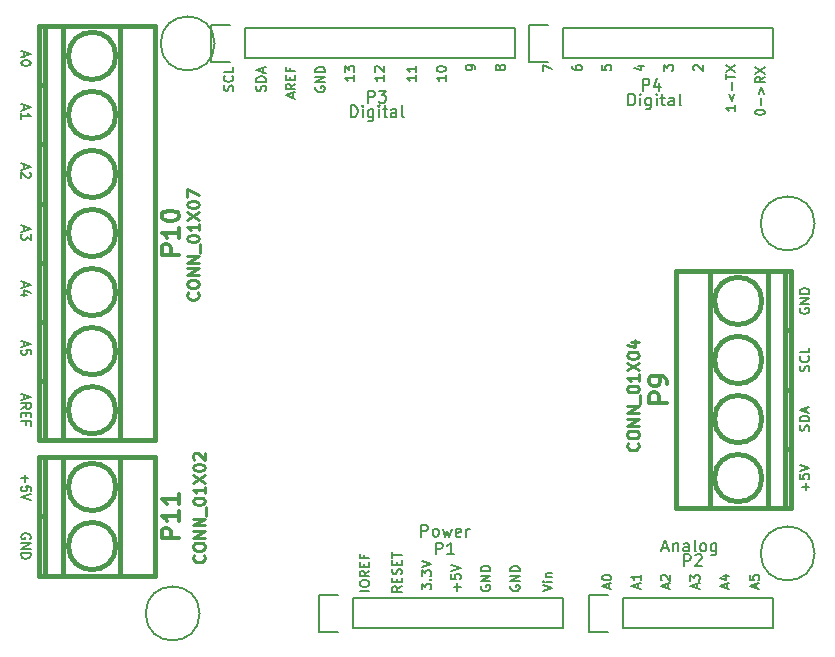
<source format=gbr>
G04 #@! TF.FileFunction,Legend,Top*
%FSLAX46Y46*%
G04 Gerber Fmt 4.6, Leading zero omitted, Abs format (unit mm)*
G04 Created by KiCad (PCBNEW 4.0.4-stable) date 04/08/17 18:27:17*
%MOMM*%
%LPD*%
G01*
G04 APERTURE LIST*
%ADD10C,0.100000*%
%ADD11C,0.200000*%
%ADD12C,0.150000*%
%ADD13C,0.381000*%
%ADD14C,0.300000*%
%ADD15C,0.250000*%
G04 APERTURE END LIST*
D10*
D11*
X174309905Y-81424524D02*
X174309905Y-81348333D01*
X174348000Y-81272143D01*
X174386095Y-81234048D01*
X174462286Y-81195952D01*
X174614667Y-81157857D01*
X174805143Y-81157857D01*
X174957524Y-81195952D01*
X175033714Y-81234048D01*
X175071810Y-81272143D01*
X175109905Y-81348333D01*
X175109905Y-81424524D01*
X175071810Y-81500714D01*
X175033714Y-81538810D01*
X174957524Y-81576905D01*
X174805143Y-81615000D01*
X174614667Y-81615000D01*
X174462286Y-81576905D01*
X174386095Y-81538810D01*
X174348000Y-81500714D01*
X174309905Y-81424524D01*
X174805143Y-80815000D02*
X174805143Y-80205476D01*
X174576571Y-79824524D02*
X174805143Y-79215000D01*
X175033714Y-79824524D01*
X175109905Y-78376905D02*
X174728952Y-78643572D01*
X175109905Y-78834048D02*
X174309905Y-78834048D01*
X174309905Y-78529286D01*
X174348000Y-78453095D01*
X174386095Y-78415000D01*
X174462286Y-78376905D01*
X174576571Y-78376905D01*
X174652762Y-78415000D01*
X174690857Y-78453095D01*
X174728952Y-78529286D01*
X174728952Y-78834048D01*
X174309905Y-78110238D02*
X175109905Y-77576905D01*
X174309905Y-77576905D02*
X175109905Y-78110238D01*
X172609905Y-80812619D02*
X172609905Y-81269762D01*
X172609905Y-81041191D02*
X171809905Y-81041191D01*
X171924190Y-81117381D01*
X172000381Y-81193572D01*
X172038476Y-81269762D01*
X172076571Y-79860238D02*
X172305143Y-80469762D01*
X172533714Y-79860238D01*
X172305143Y-79479286D02*
X172305143Y-78869762D01*
X171809905Y-78603096D02*
X171809905Y-78145953D01*
X172609905Y-78374524D02*
X171809905Y-78374524D01*
X171809905Y-77955476D02*
X172609905Y-77422143D01*
X171809905Y-77422143D02*
X172609905Y-77955476D01*
X169136095Y-77843571D02*
X169098000Y-77805476D01*
X169059905Y-77729285D01*
X169059905Y-77538809D01*
X169098000Y-77462619D01*
X169136095Y-77424523D01*
X169212286Y-77386428D01*
X169288476Y-77386428D01*
X169402762Y-77424523D01*
X169859905Y-77881666D01*
X169859905Y-77386428D01*
X166559905Y-77881666D02*
X166559905Y-77386428D01*
X166864667Y-77653095D01*
X166864667Y-77538809D01*
X166902762Y-77462619D01*
X166940857Y-77424523D01*
X167017048Y-77386428D01*
X167207524Y-77386428D01*
X167283714Y-77424523D01*
X167321810Y-77462619D01*
X167359905Y-77538809D01*
X167359905Y-77767381D01*
X167321810Y-77843571D01*
X167283714Y-77881666D01*
X164326571Y-77462619D02*
X164859905Y-77462619D01*
X164021810Y-77653095D02*
X164593238Y-77843571D01*
X164593238Y-77348333D01*
X161309905Y-77424523D02*
X161309905Y-77805476D01*
X161690857Y-77843571D01*
X161652762Y-77805476D01*
X161614667Y-77729285D01*
X161614667Y-77538809D01*
X161652762Y-77462619D01*
X161690857Y-77424523D01*
X161767048Y-77386428D01*
X161957524Y-77386428D01*
X162033714Y-77424523D01*
X162071810Y-77462619D01*
X162109905Y-77538809D01*
X162109905Y-77729285D01*
X162071810Y-77805476D01*
X162033714Y-77843571D01*
X158809905Y-77462619D02*
X158809905Y-77615000D01*
X158848000Y-77691190D01*
X158886095Y-77729285D01*
X159000381Y-77805476D01*
X159152762Y-77843571D01*
X159457524Y-77843571D01*
X159533714Y-77805476D01*
X159571810Y-77767381D01*
X159609905Y-77691190D01*
X159609905Y-77538809D01*
X159571810Y-77462619D01*
X159533714Y-77424523D01*
X159457524Y-77386428D01*
X159267048Y-77386428D01*
X159190857Y-77424523D01*
X159152762Y-77462619D01*
X159114667Y-77538809D01*
X159114667Y-77691190D01*
X159152762Y-77767381D01*
X159190857Y-77805476D01*
X159267048Y-77843571D01*
X156309905Y-77881666D02*
X156309905Y-77348333D01*
X157109905Y-77691190D01*
X152652762Y-77691190D02*
X152614667Y-77767381D01*
X152576571Y-77805476D01*
X152500381Y-77843571D01*
X152462286Y-77843571D01*
X152386095Y-77805476D01*
X152348000Y-77767381D01*
X152309905Y-77691190D01*
X152309905Y-77538809D01*
X152348000Y-77462619D01*
X152386095Y-77424523D01*
X152462286Y-77386428D01*
X152500381Y-77386428D01*
X152576571Y-77424523D01*
X152614667Y-77462619D01*
X152652762Y-77538809D01*
X152652762Y-77691190D01*
X152690857Y-77767381D01*
X152728952Y-77805476D01*
X152805143Y-77843571D01*
X152957524Y-77843571D01*
X153033714Y-77805476D01*
X153071810Y-77767381D01*
X153109905Y-77691190D01*
X153109905Y-77538809D01*
X153071810Y-77462619D01*
X153033714Y-77424523D01*
X152957524Y-77386428D01*
X152805143Y-77386428D01*
X152728952Y-77424523D01*
X152690857Y-77462619D01*
X152652762Y-77538809D01*
X150609905Y-77767381D02*
X150609905Y-77615000D01*
X150571810Y-77538809D01*
X150533714Y-77500714D01*
X150419429Y-77424523D01*
X150267048Y-77386428D01*
X149962286Y-77386428D01*
X149886095Y-77424523D01*
X149848000Y-77462619D01*
X149809905Y-77538809D01*
X149809905Y-77691190D01*
X149848000Y-77767381D01*
X149886095Y-77805476D01*
X149962286Y-77843571D01*
X150152762Y-77843571D01*
X150228952Y-77805476D01*
X150267048Y-77767381D01*
X150305143Y-77691190D01*
X150305143Y-77538809D01*
X150267048Y-77462619D01*
X150228952Y-77424523D01*
X150152762Y-77386428D01*
X148109905Y-78267381D02*
X148109905Y-78724524D01*
X148109905Y-78495953D02*
X147309905Y-78495953D01*
X147424190Y-78572143D01*
X147500381Y-78648334D01*
X147538476Y-78724524D01*
X147309905Y-77772143D02*
X147309905Y-77695952D01*
X147348000Y-77619762D01*
X147386095Y-77581667D01*
X147462286Y-77543571D01*
X147614667Y-77505476D01*
X147805143Y-77505476D01*
X147957524Y-77543571D01*
X148033714Y-77581667D01*
X148071810Y-77619762D01*
X148109905Y-77695952D01*
X148109905Y-77772143D01*
X148071810Y-77848333D01*
X148033714Y-77886429D01*
X147957524Y-77924524D01*
X147805143Y-77962619D01*
X147614667Y-77962619D01*
X147462286Y-77924524D01*
X147386095Y-77886429D01*
X147348000Y-77848333D01*
X147309905Y-77772143D01*
X145609905Y-78267381D02*
X145609905Y-78724524D01*
X145609905Y-78495953D02*
X144809905Y-78495953D01*
X144924190Y-78572143D01*
X145000381Y-78648334D01*
X145038476Y-78724524D01*
X145609905Y-77505476D02*
X145609905Y-77962619D01*
X145609905Y-77734048D02*
X144809905Y-77734048D01*
X144924190Y-77810238D01*
X145000381Y-77886429D01*
X145038476Y-77962619D01*
X142859905Y-78267381D02*
X142859905Y-78724524D01*
X142859905Y-78495953D02*
X142059905Y-78495953D01*
X142174190Y-78572143D01*
X142250381Y-78648334D01*
X142288476Y-78724524D01*
X142136095Y-77962619D02*
X142098000Y-77924524D01*
X142059905Y-77848333D01*
X142059905Y-77657857D01*
X142098000Y-77581667D01*
X142136095Y-77543571D01*
X142212286Y-77505476D01*
X142288476Y-77505476D01*
X142402762Y-77543571D01*
X142859905Y-78000714D01*
X142859905Y-77505476D01*
X140359905Y-78267381D02*
X140359905Y-78724524D01*
X140359905Y-78495953D02*
X139559905Y-78495953D01*
X139674190Y-78572143D01*
X139750381Y-78648334D01*
X139788476Y-78724524D01*
X139559905Y-78000714D02*
X139559905Y-77505476D01*
X139864667Y-77772143D01*
X139864667Y-77657857D01*
X139902762Y-77581667D01*
X139940857Y-77543571D01*
X140017048Y-77505476D01*
X140207524Y-77505476D01*
X140283714Y-77543571D01*
X140321810Y-77581667D01*
X140359905Y-77657857D01*
X140359905Y-77886429D01*
X140321810Y-77962619D01*
X140283714Y-78000714D01*
X137098000Y-79224523D02*
X137059905Y-79300714D01*
X137059905Y-79414999D01*
X137098000Y-79529285D01*
X137174190Y-79605476D01*
X137250381Y-79643571D01*
X137402762Y-79681666D01*
X137517048Y-79681666D01*
X137669429Y-79643571D01*
X137745619Y-79605476D01*
X137821810Y-79529285D01*
X137859905Y-79414999D01*
X137859905Y-79338809D01*
X137821810Y-79224523D01*
X137783714Y-79186428D01*
X137517048Y-79186428D01*
X137517048Y-79338809D01*
X137859905Y-78843571D02*
X137059905Y-78843571D01*
X137859905Y-78386428D01*
X137059905Y-78386428D01*
X137859905Y-78005476D02*
X137059905Y-78005476D01*
X137059905Y-77815000D01*
X137098000Y-77700714D01*
X137174190Y-77624523D01*
X137250381Y-77586428D01*
X137402762Y-77548333D01*
X137517048Y-77548333D01*
X137669429Y-77586428D01*
X137745619Y-77624523D01*
X137821810Y-77700714D01*
X137859905Y-77815000D01*
X137859905Y-78005476D01*
X135131333Y-80160238D02*
X135131333Y-79779286D01*
X135359905Y-80236429D02*
X134559905Y-79969762D01*
X135359905Y-79703095D01*
X135359905Y-78979286D02*
X134978952Y-79245953D01*
X135359905Y-79436429D02*
X134559905Y-79436429D01*
X134559905Y-79131667D01*
X134598000Y-79055476D01*
X134636095Y-79017381D01*
X134712286Y-78979286D01*
X134826571Y-78979286D01*
X134902762Y-79017381D01*
X134940857Y-79055476D01*
X134978952Y-79131667D01*
X134978952Y-79436429D01*
X134940857Y-78636429D02*
X134940857Y-78369762D01*
X135359905Y-78255476D02*
X135359905Y-78636429D01*
X134559905Y-78636429D01*
X134559905Y-78255476D01*
X134940857Y-77645952D02*
X134940857Y-77912619D01*
X135359905Y-77912619D02*
X134559905Y-77912619D01*
X134559905Y-77531666D01*
X132821810Y-79586428D02*
X132859905Y-79472142D01*
X132859905Y-79281666D01*
X132821810Y-79205476D01*
X132783714Y-79167380D01*
X132707524Y-79129285D01*
X132631333Y-79129285D01*
X132555143Y-79167380D01*
X132517048Y-79205476D01*
X132478952Y-79281666D01*
X132440857Y-79434047D01*
X132402762Y-79510238D01*
X132364667Y-79548333D01*
X132288476Y-79586428D01*
X132212286Y-79586428D01*
X132136095Y-79548333D01*
X132098000Y-79510238D01*
X132059905Y-79434047D01*
X132059905Y-79243571D01*
X132098000Y-79129285D01*
X132859905Y-78786428D02*
X132059905Y-78786428D01*
X132059905Y-78595952D01*
X132098000Y-78481666D01*
X132174190Y-78405475D01*
X132250381Y-78367380D01*
X132402762Y-78329285D01*
X132517048Y-78329285D01*
X132669429Y-78367380D01*
X132745619Y-78405475D01*
X132821810Y-78481666D01*
X132859905Y-78595952D01*
X132859905Y-78786428D01*
X132631333Y-78024523D02*
X132631333Y-77643571D01*
X132859905Y-78100714D02*
X132059905Y-77834047D01*
X132859905Y-77567380D01*
X130071810Y-79567381D02*
X130109905Y-79453095D01*
X130109905Y-79262619D01*
X130071810Y-79186429D01*
X130033714Y-79148333D01*
X129957524Y-79110238D01*
X129881333Y-79110238D01*
X129805143Y-79148333D01*
X129767048Y-79186429D01*
X129728952Y-79262619D01*
X129690857Y-79415000D01*
X129652762Y-79491191D01*
X129614667Y-79529286D01*
X129538476Y-79567381D01*
X129462286Y-79567381D01*
X129386095Y-79529286D01*
X129348000Y-79491191D01*
X129309905Y-79415000D01*
X129309905Y-79224524D01*
X129348000Y-79110238D01*
X130033714Y-78310238D02*
X130071810Y-78348333D01*
X130109905Y-78462619D01*
X130109905Y-78538809D01*
X130071810Y-78653095D01*
X129995619Y-78729286D01*
X129919429Y-78767381D01*
X129767048Y-78805476D01*
X129652762Y-78805476D01*
X129500381Y-78767381D01*
X129424190Y-78729286D01*
X129348000Y-78653095D01*
X129309905Y-78538809D01*
X129309905Y-78462619D01*
X129348000Y-78348333D01*
X129386095Y-78310238D01*
X130109905Y-77586428D02*
X130109905Y-77967381D01*
X129309905Y-77967381D01*
X174381333Y-121686428D02*
X174381333Y-121305476D01*
X174609905Y-121762619D02*
X173809905Y-121495952D01*
X174609905Y-121229285D01*
X173809905Y-120581666D02*
X173809905Y-120962619D01*
X174190857Y-121000714D01*
X174152762Y-120962619D01*
X174114667Y-120886428D01*
X174114667Y-120695952D01*
X174152762Y-120619762D01*
X174190857Y-120581666D01*
X174267048Y-120543571D01*
X174457524Y-120543571D01*
X174533714Y-120581666D01*
X174571810Y-120619762D01*
X174609905Y-120695952D01*
X174609905Y-120886428D01*
X174571810Y-120962619D01*
X174533714Y-121000714D01*
X171881333Y-121686428D02*
X171881333Y-121305476D01*
X172109905Y-121762619D02*
X171309905Y-121495952D01*
X172109905Y-121229285D01*
X171576571Y-120619762D02*
X172109905Y-120619762D01*
X171271810Y-120810238D02*
X171843238Y-121000714D01*
X171843238Y-120505476D01*
X169381333Y-121686428D02*
X169381333Y-121305476D01*
X169609905Y-121762619D02*
X168809905Y-121495952D01*
X169609905Y-121229285D01*
X168809905Y-121038809D02*
X168809905Y-120543571D01*
X169114667Y-120810238D01*
X169114667Y-120695952D01*
X169152762Y-120619762D01*
X169190857Y-120581666D01*
X169267048Y-120543571D01*
X169457524Y-120543571D01*
X169533714Y-120581666D01*
X169571810Y-120619762D01*
X169609905Y-120695952D01*
X169609905Y-120924524D01*
X169571810Y-121000714D01*
X169533714Y-121038809D01*
X166881333Y-121686428D02*
X166881333Y-121305476D01*
X167109905Y-121762619D02*
X166309905Y-121495952D01*
X167109905Y-121229285D01*
X166386095Y-121000714D02*
X166348000Y-120962619D01*
X166309905Y-120886428D01*
X166309905Y-120695952D01*
X166348000Y-120619762D01*
X166386095Y-120581666D01*
X166462286Y-120543571D01*
X166538476Y-120543571D01*
X166652762Y-120581666D01*
X167109905Y-121038809D01*
X167109905Y-120543571D01*
X164381333Y-121686428D02*
X164381333Y-121305476D01*
X164609905Y-121762619D02*
X163809905Y-121495952D01*
X164609905Y-121229285D01*
X164609905Y-120543571D02*
X164609905Y-121000714D01*
X164609905Y-120772143D02*
X163809905Y-120772143D01*
X163924190Y-120848333D01*
X164000381Y-120924524D01*
X164038476Y-121000714D01*
X161881333Y-121686428D02*
X161881333Y-121305476D01*
X162109905Y-121762619D02*
X161309905Y-121495952D01*
X162109905Y-121229285D01*
X161309905Y-120810238D02*
X161309905Y-120734047D01*
X161348000Y-120657857D01*
X161386095Y-120619762D01*
X161462286Y-120581666D01*
X161614667Y-120543571D01*
X161805143Y-120543571D01*
X161957524Y-120581666D01*
X162033714Y-120619762D01*
X162071810Y-120657857D01*
X162109905Y-120734047D01*
X162109905Y-120810238D01*
X162071810Y-120886428D01*
X162033714Y-120924524D01*
X161957524Y-120962619D01*
X161805143Y-121000714D01*
X161614667Y-121000714D01*
X161462286Y-120962619D01*
X161386095Y-120924524D01*
X161348000Y-120886428D01*
X161309905Y-120810238D01*
X156309905Y-121934048D02*
X157109905Y-121667381D01*
X156309905Y-121400714D01*
X157109905Y-121134048D02*
X156576571Y-121134048D01*
X156309905Y-121134048D02*
X156348000Y-121172143D01*
X156386095Y-121134048D01*
X156348000Y-121095953D01*
X156309905Y-121134048D01*
X156386095Y-121134048D01*
X156576571Y-120753096D02*
X157109905Y-120753096D01*
X156652762Y-120753096D02*
X156614667Y-120715001D01*
X156576571Y-120638810D01*
X156576571Y-120524524D01*
X156614667Y-120448334D01*
X156690857Y-120410239D01*
X157109905Y-120410239D01*
X153598000Y-121474523D02*
X153559905Y-121550714D01*
X153559905Y-121664999D01*
X153598000Y-121779285D01*
X153674190Y-121855476D01*
X153750381Y-121893571D01*
X153902762Y-121931666D01*
X154017048Y-121931666D01*
X154169429Y-121893571D01*
X154245619Y-121855476D01*
X154321810Y-121779285D01*
X154359905Y-121664999D01*
X154359905Y-121588809D01*
X154321810Y-121474523D01*
X154283714Y-121436428D01*
X154017048Y-121436428D01*
X154017048Y-121588809D01*
X154359905Y-121093571D02*
X153559905Y-121093571D01*
X154359905Y-120636428D01*
X153559905Y-120636428D01*
X154359905Y-120255476D02*
X153559905Y-120255476D01*
X153559905Y-120065000D01*
X153598000Y-119950714D01*
X153674190Y-119874523D01*
X153750381Y-119836428D01*
X153902762Y-119798333D01*
X154017048Y-119798333D01*
X154169429Y-119836428D01*
X154245619Y-119874523D01*
X154321810Y-119950714D01*
X154359905Y-120065000D01*
X154359905Y-120255476D01*
X151098000Y-121474523D02*
X151059905Y-121550714D01*
X151059905Y-121664999D01*
X151098000Y-121779285D01*
X151174190Y-121855476D01*
X151250381Y-121893571D01*
X151402762Y-121931666D01*
X151517048Y-121931666D01*
X151669429Y-121893571D01*
X151745619Y-121855476D01*
X151821810Y-121779285D01*
X151859905Y-121664999D01*
X151859905Y-121588809D01*
X151821810Y-121474523D01*
X151783714Y-121436428D01*
X151517048Y-121436428D01*
X151517048Y-121588809D01*
X151859905Y-121093571D02*
X151059905Y-121093571D01*
X151859905Y-120636428D01*
X151059905Y-120636428D01*
X151859905Y-120255476D02*
X151059905Y-120255476D01*
X151059905Y-120065000D01*
X151098000Y-119950714D01*
X151174190Y-119874523D01*
X151250381Y-119836428D01*
X151402762Y-119798333D01*
X151517048Y-119798333D01*
X151669429Y-119836428D01*
X151745619Y-119874523D01*
X151821810Y-119950714D01*
X151859905Y-120065000D01*
X151859905Y-120255476D01*
X149055143Y-121893571D02*
X149055143Y-121284047D01*
X149359905Y-121588809D02*
X148750381Y-121588809D01*
X148559905Y-120522142D02*
X148559905Y-120903095D01*
X148940857Y-120941190D01*
X148902762Y-120903095D01*
X148864667Y-120826904D01*
X148864667Y-120636428D01*
X148902762Y-120560238D01*
X148940857Y-120522142D01*
X149017048Y-120484047D01*
X149207524Y-120484047D01*
X149283714Y-120522142D01*
X149321810Y-120560238D01*
X149359905Y-120636428D01*
X149359905Y-120826904D01*
X149321810Y-120903095D01*
X149283714Y-120941190D01*
X148559905Y-120255476D02*
X149359905Y-119988809D01*
X148559905Y-119722142D01*
X146059905Y-121795952D02*
X146059905Y-121300714D01*
X146364667Y-121567381D01*
X146364667Y-121453095D01*
X146402762Y-121376905D01*
X146440857Y-121338809D01*
X146517048Y-121300714D01*
X146707524Y-121300714D01*
X146783714Y-121338809D01*
X146821810Y-121376905D01*
X146859905Y-121453095D01*
X146859905Y-121681667D01*
X146821810Y-121757857D01*
X146783714Y-121795952D01*
X146783714Y-120957857D02*
X146821810Y-120919762D01*
X146859905Y-120957857D01*
X146821810Y-120995952D01*
X146783714Y-120957857D01*
X146859905Y-120957857D01*
X146059905Y-120653095D02*
X146059905Y-120157857D01*
X146364667Y-120424524D01*
X146364667Y-120310238D01*
X146402762Y-120234048D01*
X146440857Y-120195952D01*
X146517048Y-120157857D01*
X146707524Y-120157857D01*
X146783714Y-120195952D01*
X146821810Y-120234048D01*
X146859905Y-120310238D01*
X146859905Y-120538810D01*
X146821810Y-120615000D01*
X146783714Y-120653095D01*
X146059905Y-119929286D02*
X146859905Y-119662619D01*
X146059905Y-119395952D01*
X144359905Y-121526905D02*
X143978952Y-121793572D01*
X144359905Y-121984048D02*
X143559905Y-121984048D01*
X143559905Y-121679286D01*
X143598000Y-121603095D01*
X143636095Y-121565000D01*
X143712286Y-121526905D01*
X143826571Y-121526905D01*
X143902762Y-121565000D01*
X143940857Y-121603095D01*
X143978952Y-121679286D01*
X143978952Y-121984048D01*
X143940857Y-121184048D02*
X143940857Y-120917381D01*
X144359905Y-120803095D02*
X144359905Y-121184048D01*
X143559905Y-121184048D01*
X143559905Y-120803095D01*
X144321810Y-120498333D02*
X144359905Y-120384047D01*
X144359905Y-120193571D01*
X144321810Y-120117381D01*
X144283714Y-120079285D01*
X144207524Y-120041190D01*
X144131333Y-120041190D01*
X144055143Y-120079285D01*
X144017048Y-120117381D01*
X143978952Y-120193571D01*
X143940857Y-120345952D01*
X143902762Y-120422143D01*
X143864667Y-120460238D01*
X143788476Y-120498333D01*
X143712286Y-120498333D01*
X143636095Y-120460238D01*
X143598000Y-120422143D01*
X143559905Y-120345952D01*
X143559905Y-120155476D01*
X143598000Y-120041190D01*
X143940857Y-119698333D02*
X143940857Y-119431666D01*
X144359905Y-119317380D02*
X144359905Y-119698333D01*
X143559905Y-119698333D01*
X143559905Y-119317380D01*
X143559905Y-119088809D02*
X143559905Y-118631666D01*
X144359905Y-118860237D02*
X143559905Y-118860237D01*
X141609905Y-121888809D02*
X140809905Y-121888809D01*
X140809905Y-121355476D02*
X140809905Y-121203095D01*
X140848000Y-121126904D01*
X140924190Y-121050714D01*
X141076571Y-121012619D01*
X141343238Y-121012619D01*
X141495619Y-121050714D01*
X141571810Y-121126904D01*
X141609905Y-121203095D01*
X141609905Y-121355476D01*
X141571810Y-121431666D01*
X141495619Y-121507857D01*
X141343238Y-121545952D01*
X141076571Y-121545952D01*
X140924190Y-121507857D01*
X140848000Y-121431666D01*
X140809905Y-121355476D01*
X141609905Y-120212619D02*
X141228952Y-120479286D01*
X141609905Y-120669762D02*
X140809905Y-120669762D01*
X140809905Y-120365000D01*
X140848000Y-120288809D01*
X140886095Y-120250714D01*
X140962286Y-120212619D01*
X141076571Y-120212619D01*
X141152762Y-120250714D01*
X141190857Y-120288809D01*
X141228952Y-120365000D01*
X141228952Y-120669762D01*
X141190857Y-119869762D02*
X141190857Y-119603095D01*
X141609905Y-119488809D02*
X141609905Y-119869762D01*
X140809905Y-119869762D01*
X140809905Y-119488809D01*
X141190857Y-118879285D02*
X141190857Y-119145952D01*
X141609905Y-119145952D02*
X140809905Y-119145952D01*
X140809905Y-118764999D01*
X112898000Y-117505477D02*
X112936095Y-117429286D01*
X112936095Y-117315001D01*
X112898000Y-117200715D01*
X112821810Y-117124524D01*
X112745619Y-117086429D01*
X112593238Y-117048334D01*
X112478952Y-117048334D01*
X112326571Y-117086429D01*
X112250381Y-117124524D01*
X112174190Y-117200715D01*
X112136095Y-117315001D01*
X112136095Y-117391191D01*
X112174190Y-117505477D01*
X112212286Y-117543572D01*
X112478952Y-117543572D01*
X112478952Y-117391191D01*
X112136095Y-117886429D02*
X112936095Y-117886429D01*
X112136095Y-118343572D01*
X112936095Y-118343572D01*
X112136095Y-118724524D02*
X112936095Y-118724524D01*
X112936095Y-118915000D01*
X112898000Y-119029286D01*
X112821810Y-119105477D01*
X112745619Y-119143572D01*
X112593238Y-119181667D01*
X112478952Y-119181667D01*
X112326571Y-119143572D01*
X112250381Y-119105477D01*
X112174190Y-119029286D01*
X112136095Y-118915000D01*
X112136095Y-118724524D01*
X112440857Y-112086429D02*
X112440857Y-112695953D01*
X112136095Y-112391191D02*
X112745619Y-112391191D01*
X112936095Y-113457858D02*
X112936095Y-113076905D01*
X112555143Y-113038810D01*
X112593238Y-113076905D01*
X112631333Y-113153096D01*
X112631333Y-113343572D01*
X112593238Y-113419762D01*
X112555143Y-113457858D01*
X112478952Y-113495953D01*
X112288476Y-113495953D01*
X112212286Y-113457858D01*
X112174190Y-113419762D01*
X112136095Y-113343572D01*
X112136095Y-113153096D01*
X112174190Y-113076905D01*
X112212286Y-113038810D01*
X112936095Y-113724524D02*
X112136095Y-113991191D01*
X112936095Y-114257858D01*
X112364667Y-105319762D02*
X112364667Y-105700714D01*
X112136095Y-105243571D02*
X112936095Y-105510238D01*
X112136095Y-105776905D01*
X112136095Y-106500714D02*
X112517048Y-106234047D01*
X112136095Y-106043571D02*
X112936095Y-106043571D01*
X112936095Y-106348333D01*
X112898000Y-106424524D01*
X112859905Y-106462619D01*
X112783714Y-106500714D01*
X112669429Y-106500714D01*
X112593238Y-106462619D01*
X112555143Y-106424524D01*
X112517048Y-106348333D01*
X112517048Y-106043571D01*
X112555143Y-106843571D02*
X112555143Y-107110238D01*
X112136095Y-107224524D02*
X112136095Y-106843571D01*
X112936095Y-106843571D01*
X112936095Y-107224524D01*
X112555143Y-107834048D02*
X112555143Y-107567381D01*
X112136095Y-107567381D02*
X112936095Y-107567381D01*
X112936095Y-107948334D01*
X112364667Y-100793572D02*
X112364667Y-101174524D01*
X112136095Y-100717381D02*
X112936095Y-100984048D01*
X112136095Y-101250715D01*
X112936095Y-101898334D02*
X112936095Y-101517381D01*
X112555143Y-101479286D01*
X112593238Y-101517381D01*
X112631333Y-101593572D01*
X112631333Y-101784048D01*
X112593238Y-101860238D01*
X112555143Y-101898334D01*
X112478952Y-101936429D01*
X112288476Y-101936429D01*
X112212286Y-101898334D01*
X112174190Y-101860238D01*
X112136095Y-101784048D01*
X112136095Y-101593572D01*
X112174190Y-101517381D01*
X112212286Y-101479286D01*
X112364667Y-95793572D02*
X112364667Y-96174524D01*
X112136095Y-95717381D02*
X112936095Y-95984048D01*
X112136095Y-96250715D01*
X112669429Y-96860238D02*
X112136095Y-96860238D01*
X112974190Y-96669762D02*
X112402762Y-96479286D01*
X112402762Y-96974524D01*
X112364667Y-91043572D02*
X112364667Y-91424524D01*
X112136095Y-90967381D02*
X112936095Y-91234048D01*
X112136095Y-91500715D01*
X112936095Y-91691191D02*
X112936095Y-92186429D01*
X112631333Y-91919762D01*
X112631333Y-92034048D01*
X112593238Y-92110238D01*
X112555143Y-92148334D01*
X112478952Y-92186429D01*
X112288476Y-92186429D01*
X112212286Y-92148334D01*
X112174190Y-92110238D01*
X112136095Y-92034048D01*
X112136095Y-91805476D01*
X112174190Y-91729286D01*
X112212286Y-91691191D01*
X112364667Y-85793572D02*
X112364667Y-86174524D01*
X112136095Y-85717381D02*
X112936095Y-85984048D01*
X112136095Y-86250715D01*
X112859905Y-86479286D02*
X112898000Y-86517381D01*
X112936095Y-86593572D01*
X112936095Y-86784048D01*
X112898000Y-86860238D01*
X112859905Y-86898334D01*
X112783714Y-86936429D01*
X112707524Y-86936429D01*
X112593238Y-86898334D01*
X112136095Y-86441191D01*
X112136095Y-86936429D01*
X112364667Y-80793572D02*
X112364667Y-81174524D01*
X112136095Y-80717381D02*
X112936095Y-80984048D01*
X112136095Y-81250715D01*
X112136095Y-81936429D02*
X112136095Y-81479286D01*
X112136095Y-81707857D02*
X112936095Y-81707857D01*
X112821810Y-81631667D01*
X112745619Y-81555476D01*
X112707524Y-81479286D01*
X112364667Y-76293572D02*
X112364667Y-76674524D01*
X112136095Y-76217381D02*
X112936095Y-76484048D01*
X112136095Y-76750715D01*
X112936095Y-77169762D02*
X112936095Y-77245953D01*
X112898000Y-77322143D01*
X112859905Y-77360238D01*
X112783714Y-77398334D01*
X112631333Y-77436429D01*
X112440857Y-77436429D01*
X112288476Y-77398334D01*
X112212286Y-77360238D01*
X112174190Y-77322143D01*
X112136095Y-77245953D01*
X112136095Y-77169762D01*
X112174190Y-77093572D01*
X112212286Y-77055476D01*
X112288476Y-77017381D01*
X112440857Y-76979286D01*
X112631333Y-76979286D01*
X112783714Y-77017381D01*
X112859905Y-77055476D01*
X112898000Y-77093572D01*
X112936095Y-77169762D01*
X178098000Y-97974523D02*
X178059905Y-98050714D01*
X178059905Y-98164999D01*
X178098000Y-98279285D01*
X178174190Y-98355476D01*
X178250381Y-98393571D01*
X178402762Y-98431666D01*
X178517048Y-98431666D01*
X178669429Y-98393571D01*
X178745619Y-98355476D01*
X178821810Y-98279285D01*
X178859905Y-98164999D01*
X178859905Y-98088809D01*
X178821810Y-97974523D01*
X178783714Y-97936428D01*
X178517048Y-97936428D01*
X178517048Y-98088809D01*
X178859905Y-97593571D02*
X178059905Y-97593571D01*
X178859905Y-97136428D01*
X178059905Y-97136428D01*
X178859905Y-96755476D02*
X178059905Y-96755476D01*
X178059905Y-96565000D01*
X178098000Y-96450714D01*
X178174190Y-96374523D01*
X178250381Y-96336428D01*
X178402762Y-96298333D01*
X178517048Y-96298333D01*
X178669429Y-96336428D01*
X178745619Y-96374523D01*
X178821810Y-96450714D01*
X178859905Y-96565000D01*
X178859905Y-96755476D01*
X178821810Y-103317381D02*
X178859905Y-103203095D01*
X178859905Y-103012619D01*
X178821810Y-102936429D01*
X178783714Y-102898333D01*
X178707524Y-102860238D01*
X178631333Y-102860238D01*
X178555143Y-102898333D01*
X178517048Y-102936429D01*
X178478952Y-103012619D01*
X178440857Y-103165000D01*
X178402762Y-103241191D01*
X178364667Y-103279286D01*
X178288476Y-103317381D01*
X178212286Y-103317381D01*
X178136095Y-103279286D01*
X178098000Y-103241191D01*
X178059905Y-103165000D01*
X178059905Y-102974524D01*
X178098000Y-102860238D01*
X178783714Y-102060238D02*
X178821810Y-102098333D01*
X178859905Y-102212619D01*
X178859905Y-102288809D01*
X178821810Y-102403095D01*
X178745619Y-102479286D01*
X178669429Y-102517381D01*
X178517048Y-102555476D01*
X178402762Y-102555476D01*
X178250381Y-102517381D01*
X178174190Y-102479286D01*
X178098000Y-102403095D01*
X178059905Y-102288809D01*
X178059905Y-102212619D01*
X178098000Y-102098333D01*
X178136095Y-102060238D01*
X178859905Y-101336428D02*
X178859905Y-101717381D01*
X178059905Y-101717381D01*
X178821810Y-108336428D02*
X178859905Y-108222142D01*
X178859905Y-108031666D01*
X178821810Y-107955476D01*
X178783714Y-107917380D01*
X178707524Y-107879285D01*
X178631333Y-107879285D01*
X178555143Y-107917380D01*
X178517048Y-107955476D01*
X178478952Y-108031666D01*
X178440857Y-108184047D01*
X178402762Y-108260238D01*
X178364667Y-108298333D01*
X178288476Y-108336428D01*
X178212286Y-108336428D01*
X178136095Y-108298333D01*
X178098000Y-108260238D01*
X178059905Y-108184047D01*
X178059905Y-107993571D01*
X178098000Y-107879285D01*
X178859905Y-107536428D02*
X178059905Y-107536428D01*
X178059905Y-107345952D01*
X178098000Y-107231666D01*
X178174190Y-107155475D01*
X178250381Y-107117380D01*
X178402762Y-107079285D01*
X178517048Y-107079285D01*
X178669429Y-107117380D01*
X178745619Y-107155475D01*
X178821810Y-107231666D01*
X178859905Y-107345952D01*
X178859905Y-107536428D01*
X178631333Y-106774523D02*
X178631333Y-106393571D01*
X178859905Y-106850714D02*
X178059905Y-106584047D01*
X178859905Y-106317380D01*
X178555143Y-113393571D02*
X178555143Y-112784047D01*
X178859905Y-113088809D02*
X178250381Y-113088809D01*
X178059905Y-112022142D02*
X178059905Y-112403095D01*
X178440857Y-112441190D01*
X178402762Y-112403095D01*
X178364667Y-112326904D01*
X178364667Y-112136428D01*
X178402762Y-112060238D01*
X178440857Y-112022142D01*
X178517048Y-111984047D01*
X178707524Y-111984047D01*
X178783714Y-112022142D01*
X178821810Y-112060238D01*
X178859905Y-112136428D01*
X178859905Y-112326904D01*
X178821810Y-112403095D01*
X178783714Y-112441190D01*
X178059905Y-111755476D02*
X178859905Y-111488809D01*
X178059905Y-111222142D01*
D12*
X140208000Y-125095000D02*
X157988000Y-125095000D01*
X157988000Y-125095000D02*
X157988000Y-122555000D01*
X157988000Y-122555000D02*
X140208000Y-122555000D01*
X137388000Y-125375000D02*
X138938000Y-125375000D01*
X140208000Y-125095000D02*
X140208000Y-122555000D01*
X138938000Y-122275000D02*
X137388000Y-122275000D01*
X137388000Y-122275000D02*
X137388000Y-125375000D01*
X163068000Y-125095000D02*
X175768000Y-125095000D01*
X175768000Y-125095000D02*
X175768000Y-122555000D01*
X175768000Y-122555000D02*
X163068000Y-122555000D01*
X160248000Y-125375000D02*
X161798000Y-125375000D01*
X163068000Y-125095000D02*
X163068000Y-122555000D01*
X161798000Y-122275000D02*
X160248000Y-122275000D01*
X160248000Y-122275000D02*
X160248000Y-125375000D01*
X131064000Y-76835000D02*
X153924000Y-76835000D01*
X153924000Y-76835000D02*
X153924000Y-74295000D01*
X153924000Y-74295000D02*
X131064000Y-74295000D01*
X128244000Y-77115000D02*
X129794000Y-77115000D01*
X131064000Y-76835000D02*
X131064000Y-74295000D01*
X129794000Y-74015000D02*
X128244000Y-74015000D01*
X128244000Y-74015000D02*
X128244000Y-77115000D01*
X157988000Y-76835000D02*
X175768000Y-76835000D01*
X175768000Y-76835000D02*
X175768000Y-74295000D01*
X175768000Y-74295000D02*
X157988000Y-74295000D01*
X155168000Y-77115000D02*
X156718000Y-77115000D01*
X157988000Y-76835000D02*
X157988000Y-74295000D01*
X156718000Y-74015000D02*
X155168000Y-74015000D01*
X155168000Y-74015000D02*
X155168000Y-77115000D01*
X127254000Y-123825000D02*
G75*
G03X127254000Y-123825000I-2286000J0D01*
G01*
X179324000Y-118745000D02*
G75*
G03X179324000Y-118745000I-2286000J0D01*
G01*
X128524000Y-75565000D02*
G75*
G03X128524000Y-75565000I-2286000J0D01*
G01*
X179324000Y-90805000D02*
G75*
G03X179324000Y-90805000I-2286000J0D01*
G01*
D13*
X176848000Y-99865000D02*
X177348000Y-99865000D01*
X174848000Y-97365000D02*
G75*
G03X174848000Y-97365000I-2000000J0D01*
G01*
X174848000Y-102365000D02*
G75*
G03X174848000Y-102365000I-2000000J0D01*
G01*
X176848000Y-104865000D02*
X177348000Y-104865000D01*
X176848000Y-109865000D02*
X177348000Y-109865000D01*
X174848000Y-107365000D02*
G75*
G03X174848000Y-107365000I-2000000J0D01*
G01*
X174848000Y-112365000D02*
G75*
G03X174848000Y-112365000I-2000000J0D01*
G01*
X175348000Y-114865000D02*
X175348000Y-94865000D01*
X170448000Y-114865000D02*
X170448000Y-94865000D01*
X176848000Y-114865000D02*
X176848000Y-94865000D01*
X177348000Y-114865000D02*
X177348000Y-94865000D01*
X177348000Y-94865000D02*
X167548000Y-94865000D01*
X167548000Y-94865000D02*
X167548000Y-114865000D01*
X167548000Y-114865000D02*
X177348000Y-114865000D01*
X114148000Y-104115000D02*
X113648000Y-104115000D01*
X120148000Y-106615000D02*
G75*
G03X120148000Y-106615000I-2000000J0D01*
G01*
X120148000Y-101615000D02*
G75*
G03X120148000Y-101615000I-2000000J0D01*
G01*
X114148000Y-99115000D02*
X113648000Y-99115000D01*
X114148000Y-94115000D02*
X113648000Y-94115000D01*
X120148000Y-96615000D02*
G75*
G03X120148000Y-96615000I-2000000J0D01*
G01*
X114148000Y-89115000D02*
X113648000Y-89115000D01*
X120148000Y-91615000D02*
G75*
G03X120148000Y-91615000I-2000000J0D01*
G01*
X120148000Y-86615000D02*
G75*
G03X120148000Y-86615000I-2000000J0D01*
G01*
X114148000Y-84115000D02*
X113648000Y-84115000D01*
X114148000Y-79115000D02*
X113648000Y-79115000D01*
X120148000Y-81615000D02*
G75*
G03X120148000Y-81615000I-2000000J0D01*
G01*
X120148000Y-76615000D02*
G75*
G03X120148000Y-76615000I-2000000J0D01*
G01*
X115648000Y-74115000D02*
X115648000Y-109115000D01*
X120548000Y-74115000D02*
X120548000Y-109115000D01*
X114148000Y-74115000D02*
X114148000Y-109115000D01*
X113648000Y-74115000D02*
X113648000Y-109115000D01*
X113648000Y-109115000D02*
X123448000Y-109115000D01*
X123448000Y-109115000D02*
X123448000Y-74115000D01*
X123448000Y-74115000D02*
X113648000Y-74115000D01*
X114148000Y-115615000D02*
X113648000Y-115615000D01*
X120148000Y-118115000D02*
G75*
G03X120148000Y-118115000I-2000000J0D01*
G01*
X120148000Y-113115000D02*
G75*
G03X120148000Y-113115000I-2000000J0D01*
G01*
X115648000Y-110615000D02*
X115648000Y-120615000D01*
X120548000Y-110615000D02*
X120548000Y-120615000D01*
X114148000Y-110615000D02*
X114148000Y-120615000D01*
X113648000Y-110615000D02*
X113648000Y-120615000D01*
X113648000Y-120615000D02*
X123448000Y-120615000D01*
X123448000Y-120615000D02*
X123448000Y-110615000D01*
X123448000Y-110615000D02*
X113648000Y-110615000D01*
D12*
X147259905Y-118817381D02*
X147259905Y-117817381D01*
X147640858Y-117817381D01*
X147736096Y-117865000D01*
X147783715Y-117912619D01*
X147831334Y-118007857D01*
X147831334Y-118150714D01*
X147783715Y-118245952D01*
X147736096Y-118293571D01*
X147640858Y-118341190D01*
X147259905Y-118341190D01*
X148783715Y-118817381D02*
X148212286Y-118817381D01*
X148498000Y-118817381D02*
X148498000Y-117817381D01*
X148402762Y-117960238D01*
X148307524Y-118055476D01*
X148212286Y-118103095D01*
X146021809Y-117317381D02*
X146021809Y-116317381D01*
X146402762Y-116317381D01*
X146498000Y-116365000D01*
X146545619Y-116412619D01*
X146593238Y-116507857D01*
X146593238Y-116650714D01*
X146545619Y-116745952D01*
X146498000Y-116793571D01*
X146402762Y-116841190D01*
X146021809Y-116841190D01*
X147164666Y-117317381D02*
X147069428Y-117269762D01*
X147021809Y-117222143D01*
X146974190Y-117126905D01*
X146974190Y-116841190D01*
X147021809Y-116745952D01*
X147069428Y-116698333D01*
X147164666Y-116650714D01*
X147307524Y-116650714D01*
X147402762Y-116698333D01*
X147450381Y-116745952D01*
X147498000Y-116841190D01*
X147498000Y-117126905D01*
X147450381Y-117222143D01*
X147402762Y-117269762D01*
X147307524Y-117317381D01*
X147164666Y-117317381D01*
X147831333Y-116650714D02*
X148021809Y-117317381D01*
X148212286Y-116841190D01*
X148402762Y-117317381D01*
X148593238Y-116650714D01*
X149355143Y-117269762D02*
X149259905Y-117317381D01*
X149069428Y-117317381D01*
X148974190Y-117269762D01*
X148926571Y-117174524D01*
X148926571Y-116793571D01*
X148974190Y-116698333D01*
X149069428Y-116650714D01*
X149259905Y-116650714D01*
X149355143Y-116698333D01*
X149402762Y-116793571D01*
X149402762Y-116888810D01*
X148926571Y-116984048D01*
X149831333Y-117317381D02*
X149831333Y-116650714D01*
X149831333Y-116841190D02*
X149878952Y-116745952D01*
X149926571Y-116698333D01*
X150021809Y-116650714D01*
X150117048Y-116650714D01*
X168259905Y-119817381D02*
X168259905Y-118817381D01*
X168640858Y-118817381D01*
X168736096Y-118865000D01*
X168783715Y-118912619D01*
X168831334Y-119007857D01*
X168831334Y-119150714D01*
X168783715Y-119245952D01*
X168736096Y-119293571D01*
X168640858Y-119341190D01*
X168259905Y-119341190D01*
X169212286Y-118912619D02*
X169259905Y-118865000D01*
X169355143Y-118817381D01*
X169593239Y-118817381D01*
X169688477Y-118865000D01*
X169736096Y-118912619D01*
X169783715Y-119007857D01*
X169783715Y-119103095D01*
X169736096Y-119245952D01*
X169164667Y-119817381D01*
X169783715Y-119817381D01*
X166438476Y-118281667D02*
X166914667Y-118281667D01*
X166343238Y-118567381D02*
X166676571Y-117567381D01*
X167009905Y-118567381D01*
X167343238Y-117900714D02*
X167343238Y-118567381D01*
X167343238Y-117995952D02*
X167390857Y-117948333D01*
X167486095Y-117900714D01*
X167628953Y-117900714D01*
X167724191Y-117948333D01*
X167771810Y-118043571D01*
X167771810Y-118567381D01*
X168676572Y-118567381D02*
X168676572Y-118043571D01*
X168628953Y-117948333D01*
X168533715Y-117900714D01*
X168343238Y-117900714D01*
X168248000Y-117948333D01*
X168676572Y-118519762D02*
X168581334Y-118567381D01*
X168343238Y-118567381D01*
X168248000Y-118519762D01*
X168200381Y-118424524D01*
X168200381Y-118329286D01*
X168248000Y-118234048D01*
X168343238Y-118186429D01*
X168581334Y-118186429D01*
X168676572Y-118138810D01*
X169295619Y-118567381D02*
X169200381Y-118519762D01*
X169152762Y-118424524D01*
X169152762Y-117567381D01*
X169819429Y-118567381D02*
X169724191Y-118519762D01*
X169676572Y-118472143D01*
X169628953Y-118376905D01*
X169628953Y-118091190D01*
X169676572Y-117995952D01*
X169724191Y-117948333D01*
X169819429Y-117900714D01*
X169962287Y-117900714D01*
X170057525Y-117948333D01*
X170105144Y-117995952D01*
X170152763Y-118091190D01*
X170152763Y-118376905D01*
X170105144Y-118472143D01*
X170057525Y-118519762D01*
X169962287Y-118567381D01*
X169819429Y-118567381D01*
X171009906Y-117900714D02*
X171009906Y-118710238D01*
X170962287Y-118805476D01*
X170914668Y-118853095D01*
X170819429Y-118900714D01*
X170676572Y-118900714D01*
X170581334Y-118853095D01*
X171009906Y-118519762D02*
X170914668Y-118567381D01*
X170724191Y-118567381D01*
X170628953Y-118519762D01*
X170581334Y-118472143D01*
X170533715Y-118376905D01*
X170533715Y-118091190D01*
X170581334Y-117995952D01*
X170628953Y-117948333D01*
X170724191Y-117900714D01*
X170914668Y-117900714D01*
X171009906Y-117948333D01*
X141509905Y-80567381D02*
X141509905Y-79567381D01*
X141890858Y-79567381D01*
X141986096Y-79615000D01*
X142033715Y-79662619D01*
X142081334Y-79757857D01*
X142081334Y-79900714D01*
X142033715Y-79995952D01*
X141986096Y-80043571D01*
X141890858Y-80091190D01*
X141509905Y-80091190D01*
X142414667Y-79567381D02*
X143033715Y-79567381D01*
X142700381Y-79948333D01*
X142843239Y-79948333D01*
X142938477Y-79995952D01*
X142986096Y-80043571D01*
X143033715Y-80138810D01*
X143033715Y-80376905D01*
X142986096Y-80472143D01*
X142938477Y-80519762D01*
X142843239Y-80567381D01*
X142557524Y-80567381D01*
X142462286Y-80519762D01*
X142414667Y-80472143D01*
X140057524Y-81817381D02*
X140057524Y-80817381D01*
X140295619Y-80817381D01*
X140438477Y-80865000D01*
X140533715Y-80960238D01*
X140581334Y-81055476D01*
X140628953Y-81245952D01*
X140628953Y-81388810D01*
X140581334Y-81579286D01*
X140533715Y-81674524D01*
X140438477Y-81769762D01*
X140295619Y-81817381D01*
X140057524Y-81817381D01*
X141057524Y-81817381D02*
X141057524Y-81150714D01*
X141057524Y-80817381D02*
X141009905Y-80865000D01*
X141057524Y-80912619D01*
X141105143Y-80865000D01*
X141057524Y-80817381D01*
X141057524Y-80912619D01*
X141962286Y-81150714D02*
X141962286Y-81960238D01*
X141914667Y-82055476D01*
X141867048Y-82103095D01*
X141771809Y-82150714D01*
X141628952Y-82150714D01*
X141533714Y-82103095D01*
X141962286Y-81769762D02*
X141867048Y-81817381D01*
X141676571Y-81817381D01*
X141581333Y-81769762D01*
X141533714Y-81722143D01*
X141486095Y-81626905D01*
X141486095Y-81341190D01*
X141533714Y-81245952D01*
X141581333Y-81198333D01*
X141676571Y-81150714D01*
X141867048Y-81150714D01*
X141962286Y-81198333D01*
X142438476Y-81817381D02*
X142438476Y-81150714D01*
X142438476Y-80817381D02*
X142390857Y-80865000D01*
X142438476Y-80912619D01*
X142486095Y-80865000D01*
X142438476Y-80817381D01*
X142438476Y-80912619D01*
X142771809Y-81150714D02*
X143152761Y-81150714D01*
X142914666Y-80817381D02*
X142914666Y-81674524D01*
X142962285Y-81769762D01*
X143057523Y-81817381D01*
X143152761Y-81817381D01*
X143914667Y-81817381D02*
X143914667Y-81293571D01*
X143867048Y-81198333D01*
X143771810Y-81150714D01*
X143581333Y-81150714D01*
X143486095Y-81198333D01*
X143914667Y-81769762D02*
X143819429Y-81817381D01*
X143581333Y-81817381D01*
X143486095Y-81769762D01*
X143438476Y-81674524D01*
X143438476Y-81579286D01*
X143486095Y-81484048D01*
X143581333Y-81436429D01*
X143819429Y-81436429D01*
X143914667Y-81388810D01*
X144533714Y-81817381D02*
X144438476Y-81769762D01*
X144390857Y-81674524D01*
X144390857Y-80817381D01*
X164759905Y-79567381D02*
X164759905Y-78567381D01*
X165140858Y-78567381D01*
X165236096Y-78615000D01*
X165283715Y-78662619D01*
X165331334Y-78757857D01*
X165331334Y-78900714D01*
X165283715Y-78995952D01*
X165236096Y-79043571D01*
X165140858Y-79091190D01*
X164759905Y-79091190D01*
X166188477Y-78900714D02*
X166188477Y-79567381D01*
X165950381Y-78519762D02*
X165712286Y-79234048D01*
X166331334Y-79234048D01*
X163557524Y-80817381D02*
X163557524Y-79817381D01*
X163795619Y-79817381D01*
X163938477Y-79865000D01*
X164033715Y-79960238D01*
X164081334Y-80055476D01*
X164128953Y-80245952D01*
X164128953Y-80388810D01*
X164081334Y-80579286D01*
X164033715Y-80674524D01*
X163938477Y-80769762D01*
X163795619Y-80817381D01*
X163557524Y-80817381D01*
X164557524Y-80817381D02*
X164557524Y-80150714D01*
X164557524Y-79817381D02*
X164509905Y-79865000D01*
X164557524Y-79912619D01*
X164605143Y-79865000D01*
X164557524Y-79817381D01*
X164557524Y-79912619D01*
X165462286Y-80150714D02*
X165462286Y-80960238D01*
X165414667Y-81055476D01*
X165367048Y-81103095D01*
X165271809Y-81150714D01*
X165128952Y-81150714D01*
X165033714Y-81103095D01*
X165462286Y-80769762D02*
X165367048Y-80817381D01*
X165176571Y-80817381D01*
X165081333Y-80769762D01*
X165033714Y-80722143D01*
X164986095Y-80626905D01*
X164986095Y-80341190D01*
X165033714Y-80245952D01*
X165081333Y-80198333D01*
X165176571Y-80150714D01*
X165367048Y-80150714D01*
X165462286Y-80198333D01*
X165938476Y-80817381D02*
X165938476Y-80150714D01*
X165938476Y-79817381D02*
X165890857Y-79865000D01*
X165938476Y-79912619D01*
X165986095Y-79865000D01*
X165938476Y-79817381D01*
X165938476Y-79912619D01*
X166271809Y-80150714D02*
X166652761Y-80150714D01*
X166414666Y-79817381D02*
X166414666Y-80674524D01*
X166462285Y-80769762D01*
X166557523Y-80817381D01*
X166652761Y-80817381D01*
X167414667Y-80817381D02*
X167414667Y-80293571D01*
X167367048Y-80198333D01*
X167271810Y-80150714D01*
X167081333Y-80150714D01*
X166986095Y-80198333D01*
X167414667Y-80769762D02*
X167319429Y-80817381D01*
X167081333Y-80817381D01*
X166986095Y-80769762D01*
X166938476Y-80674524D01*
X166938476Y-80579286D01*
X166986095Y-80484048D01*
X167081333Y-80436429D01*
X167319429Y-80436429D01*
X167414667Y-80388810D01*
X168033714Y-80817381D02*
X167938476Y-80769762D01*
X167890857Y-80674524D01*
X167890857Y-79817381D01*
D14*
X166826571Y-105972142D02*
X165326571Y-105972142D01*
X165326571Y-105400714D01*
X165398000Y-105257856D01*
X165469429Y-105186428D01*
X165612286Y-105114999D01*
X165826571Y-105114999D01*
X165969429Y-105186428D01*
X166040857Y-105257856D01*
X166112286Y-105400714D01*
X166112286Y-105972142D01*
X166826571Y-104400714D02*
X166826571Y-104114999D01*
X166755143Y-103972142D01*
X166683714Y-103900714D01*
X166469429Y-103757856D01*
X166183714Y-103686428D01*
X165612286Y-103686428D01*
X165469429Y-103757856D01*
X165398000Y-103829285D01*
X165326571Y-103972142D01*
X165326571Y-104257856D01*
X165398000Y-104400714D01*
X165469429Y-104472142D01*
X165612286Y-104543571D01*
X165969429Y-104543571D01*
X166112286Y-104472142D01*
X166183714Y-104400714D01*
X166255143Y-104257856D01*
X166255143Y-103972142D01*
X166183714Y-103829285D01*
X166112286Y-103757856D01*
X165969429Y-103686428D01*
D15*
X164355143Y-109388809D02*
X164402762Y-109436428D01*
X164450381Y-109579285D01*
X164450381Y-109674523D01*
X164402762Y-109817381D01*
X164307524Y-109912619D01*
X164212286Y-109960238D01*
X164021810Y-110007857D01*
X163878952Y-110007857D01*
X163688476Y-109960238D01*
X163593238Y-109912619D01*
X163498000Y-109817381D01*
X163450381Y-109674523D01*
X163450381Y-109579285D01*
X163498000Y-109436428D01*
X163545619Y-109388809D01*
X163450381Y-108769762D02*
X163450381Y-108579285D01*
X163498000Y-108484047D01*
X163593238Y-108388809D01*
X163783714Y-108341190D01*
X164117048Y-108341190D01*
X164307524Y-108388809D01*
X164402762Y-108484047D01*
X164450381Y-108579285D01*
X164450381Y-108769762D01*
X164402762Y-108865000D01*
X164307524Y-108960238D01*
X164117048Y-109007857D01*
X163783714Y-109007857D01*
X163593238Y-108960238D01*
X163498000Y-108865000D01*
X163450381Y-108769762D01*
X164450381Y-107912619D02*
X163450381Y-107912619D01*
X164450381Y-107341190D01*
X163450381Y-107341190D01*
X164450381Y-106865000D02*
X163450381Y-106865000D01*
X164450381Y-106293571D01*
X163450381Y-106293571D01*
X164545619Y-106055476D02*
X164545619Y-105293571D01*
X163450381Y-104865000D02*
X163450381Y-104769761D01*
X163498000Y-104674523D01*
X163545619Y-104626904D01*
X163640857Y-104579285D01*
X163831333Y-104531666D01*
X164069429Y-104531666D01*
X164259905Y-104579285D01*
X164355143Y-104626904D01*
X164402762Y-104674523D01*
X164450381Y-104769761D01*
X164450381Y-104865000D01*
X164402762Y-104960238D01*
X164355143Y-105007857D01*
X164259905Y-105055476D01*
X164069429Y-105103095D01*
X163831333Y-105103095D01*
X163640857Y-105055476D01*
X163545619Y-105007857D01*
X163498000Y-104960238D01*
X163450381Y-104865000D01*
X164450381Y-103579285D02*
X164450381Y-104150714D01*
X164450381Y-103865000D02*
X163450381Y-103865000D01*
X163593238Y-103960238D01*
X163688476Y-104055476D01*
X163736095Y-104150714D01*
X163450381Y-103245952D02*
X164450381Y-102579285D01*
X163450381Y-102579285D02*
X164450381Y-103245952D01*
X163450381Y-102007857D02*
X163450381Y-101912618D01*
X163498000Y-101817380D01*
X163545619Y-101769761D01*
X163640857Y-101722142D01*
X163831333Y-101674523D01*
X164069429Y-101674523D01*
X164259905Y-101722142D01*
X164355143Y-101769761D01*
X164402762Y-101817380D01*
X164450381Y-101912618D01*
X164450381Y-102007857D01*
X164402762Y-102103095D01*
X164355143Y-102150714D01*
X164259905Y-102198333D01*
X164069429Y-102245952D01*
X163831333Y-102245952D01*
X163640857Y-102198333D01*
X163545619Y-102150714D01*
X163498000Y-102103095D01*
X163450381Y-102007857D01*
X163783714Y-100817380D02*
X164450381Y-100817380D01*
X163402762Y-101055476D02*
X164117048Y-101293571D01*
X164117048Y-100674523D01*
D14*
X125526571Y-93436428D02*
X124026571Y-93436428D01*
X124026571Y-92865000D01*
X124098000Y-92722142D01*
X124169429Y-92650714D01*
X124312286Y-92579285D01*
X124526571Y-92579285D01*
X124669429Y-92650714D01*
X124740857Y-92722142D01*
X124812286Y-92865000D01*
X124812286Y-93436428D01*
X125526571Y-91150714D02*
X125526571Y-92007857D01*
X125526571Y-91579285D02*
X124026571Y-91579285D01*
X124240857Y-91722142D01*
X124383714Y-91865000D01*
X124455143Y-92007857D01*
X124026571Y-90222143D02*
X124026571Y-90079286D01*
X124098000Y-89936429D01*
X124169429Y-89865000D01*
X124312286Y-89793571D01*
X124598000Y-89722143D01*
X124955143Y-89722143D01*
X125240857Y-89793571D01*
X125383714Y-89865000D01*
X125455143Y-89936429D01*
X125526571Y-90079286D01*
X125526571Y-90222143D01*
X125455143Y-90365000D01*
X125383714Y-90436429D01*
X125240857Y-90507857D01*
X124955143Y-90579286D01*
X124598000Y-90579286D01*
X124312286Y-90507857D01*
X124169429Y-90436429D01*
X124098000Y-90365000D01*
X124026571Y-90222143D01*
D15*
X127105143Y-96638809D02*
X127152762Y-96686428D01*
X127200381Y-96829285D01*
X127200381Y-96924523D01*
X127152762Y-97067381D01*
X127057524Y-97162619D01*
X126962286Y-97210238D01*
X126771810Y-97257857D01*
X126628952Y-97257857D01*
X126438476Y-97210238D01*
X126343238Y-97162619D01*
X126248000Y-97067381D01*
X126200381Y-96924523D01*
X126200381Y-96829285D01*
X126248000Y-96686428D01*
X126295619Y-96638809D01*
X126200381Y-96019762D02*
X126200381Y-95829285D01*
X126248000Y-95734047D01*
X126343238Y-95638809D01*
X126533714Y-95591190D01*
X126867048Y-95591190D01*
X127057524Y-95638809D01*
X127152762Y-95734047D01*
X127200381Y-95829285D01*
X127200381Y-96019762D01*
X127152762Y-96115000D01*
X127057524Y-96210238D01*
X126867048Y-96257857D01*
X126533714Y-96257857D01*
X126343238Y-96210238D01*
X126248000Y-96115000D01*
X126200381Y-96019762D01*
X127200381Y-95162619D02*
X126200381Y-95162619D01*
X127200381Y-94591190D01*
X126200381Y-94591190D01*
X127200381Y-94115000D02*
X126200381Y-94115000D01*
X127200381Y-93543571D01*
X126200381Y-93543571D01*
X127295619Y-93305476D02*
X127295619Y-92543571D01*
X126200381Y-92115000D02*
X126200381Y-92019761D01*
X126248000Y-91924523D01*
X126295619Y-91876904D01*
X126390857Y-91829285D01*
X126581333Y-91781666D01*
X126819429Y-91781666D01*
X127009905Y-91829285D01*
X127105143Y-91876904D01*
X127152762Y-91924523D01*
X127200381Y-92019761D01*
X127200381Y-92115000D01*
X127152762Y-92210238D01*
X127105143Y-92257857D01*
X127009905Y-92305476D01*
X126819429Y-92353095D01*
X126581333Y-92353095D01*
X126390857Y-92305476D01*
X126295619Y-92257857D01*
X126248000Y-92210238D01*
X126200381Y-92115000D01*
X127200381Y-90829285D02*
X127200381Y-91400714D01*
X127200381Y-91115000D02*
X126200381Y-91115000D01*
X126343238Y-91210238D01*
X126438476Y-91305476D01*
X126486095Y-91400714D01*
X126200381Y-90495952D02*
X127200381Y-89829285D01*
X126200381Y-89829285D02*
X127200381Y-90495952D01*
X126200381Y-89257857D02*
X126200381Y-89162618D01*
X126248000Y-89067380D01*
X126295619Y-89019761D01*
X126390857Y-88972142D01*
X126581333Y-88924523D01*
X126819429Y-88924523D01*
X127009905Y-88972142D01*
X127105143Y-89019761D01*
X127152762Y-89067380D01*
X127200381Y-89162618D01*
X127200381Y-89257857D01*
X127152762Y-89353095D01*
X127105143Y-89400714D01*
X127009905Y-89448333D01*
X126819429Y-89495952D01*
X126581333Y-89495952D01*
X126390857Y-89448333D01*
X126295619Y-89400714D01*
X126248000Y-89353095D01*
X126200381Y-89257857D01*
X126200381Y-88591190D02*
X126200381Y-87924523D01*
X127200381Y-88353095D01*
D14*
X125526571Y-117436428D02*
X124026571Y-117436428D01*
X124026571Y-116865000D01*
X124098000Y-116722142D01*
X124169429Y-116650714D01*
X124312286Y-116579285D01*
X124526571Y-116579285D01*
X124669429Y-116650714D01*
X124740857Y-116722142D01*
X124812286Y-116865000D01*
X124812286Y-117436428D01*
X125526571Y-115150714D02*
X125526571Y-116007857D01*
X125526571Y-115579285D02*
X124026571Y-115579285D01*
X124240857Y-115722142D01*
X124383714Y-115865000D01*
X124455143Y-116007857D01*
X125526571Y-113722143D02*
X125526571Y-114579286D01*
X125526571Y-114150714D02*
X124026571Y-114150714D01*
X124240857Y-114293571D01*
X124383714Y-114436429D01*
X124455143Y-114579286D01*
D15*
X127605143Y-118888809D02*
X127652762Y-118936428D01*
X127700381Y-119079285D01*
X127700381Y-119174523D01*
X127652762Y-119317381D01*
X127557524Y-119412619D01*
X127462286Y-119460238D01*
X127271810Y-119507857D01*
X127128952Y-119507857D01*
X126938476Y-119460238D01*
X126843238Y-119412619D01*
X126748000Y-119317381D01*
X126700381Y-119174523D01*
X126700381Y-119079285D01*
X126748000Y-118936428D01*
X126795619Y-118888809D01*
X126700381Y-118269762D02*
X126700381Y-118079285D01*
X126748000Y-117984047D01*
X126843238Y-117888809D01*
X127033714Y-117841190D01*
X127367048Y-117841190D01*
X127557524Y-117888809D01*
X127652762Y-117984047D01*
X127700381Y-118079285D01*
X127700381Y-118269762D01*
X127652762Y-118365000D01*
X127557524Y-118460238D01*
X127367048Y-118507857D01*
X127033714Y-118507857D01*
X126843238Y-118460238D01*
X126748000Y-118365000D01*
X126700381Y-118269762D01*
X127700381Y-117412619D02*
X126700381Y-117412619D01*
X127700381Y-116841190D01*
X126700381Y-116841190D01*
X127700381Y-116365000D02*
X126700381Y-116365000D01*
X127700381Y-115793571D01*
X126700381Y-115793571D01*
X127795619Y-115555476D02*
X127795619Y-114793571D01*
X126700381Y-114365000D02*
X126700381Y-114269761D01*
X126748000Y-114174523D01*
X126795619Y-114126904D01*
X126890857Y-114079285D01*
X127081333Y-114031666D01*
X127319429Y-114031666D01*
X127509905Y-114079285D01*
X127605143Y-114126904D01*
X127652762Y-114174523D01*
X127700381Y-114269761D01*
X127700381Y-114365000D01*
X127652762Y-114460238D01*
X127605143Y-114507857D01*
X127509905Y-114555476D01*
X127319429Y-114603095D01*
X127081333Y-114603095D01*
X126890857Y-114555476D01*
X126795619Y-114507857D01*
X126748000Y-114460238D01*
X126700381Y-114365000D01*
X127700381Y-113079285D02*
X127700381Y-113650714D01*
X127700381Y-113365000D02*
X126700381Y-113365000D01*
X126843238Y-113460238D01*
X126938476Y-113555476D01*
X126986095Y-113650714D01*
X126700381Y-112745952D02*
X127700381Y-112079285D01*
X126700381Y-112079285D02*
X127700381Y-112745952D01*
X126700381Y-111507857D02*
X126700381Y-111412618D01*
X126748000Y-111317380D01*
X126795619Y-111269761D01*
X126890857Y-111222142D01*
X127081333Y-111174523D01*
X127319429Y-111174523D01*
X127509905Y-111222142D01*
X127605143Y-111269761D01*
X127652762Y-111317380D01*
X127700381Y-111412618D01*
X127700381Y-111507857D01*
X127652762Y-111603095D01*
X127605143Y-111650714D01*
X127509905Y-111698333D01*
X127319429Y-111745952D01*
X127081333Y-111745952D01*
X126890857Y-111698333D01*
X126795619Y-111650714D01*
X126748000Y-111603095D01*
X126700381Y-111507857D01*
X126795619Y-110793571D02*
X126748000Y-110745952D01*
X126700381Y-110650714D01*
X126700381Y-110412618D01*
X126748000Y-110317380D01*
X126795619Y-110269761D01*
X126890857Y-110222142D01*
X126986095Y-110222142D01*
X127128952Y-110269761D01*
X127700381Y-110841190D01*
X127700381Y-110222142D01*
M02*

</source>
